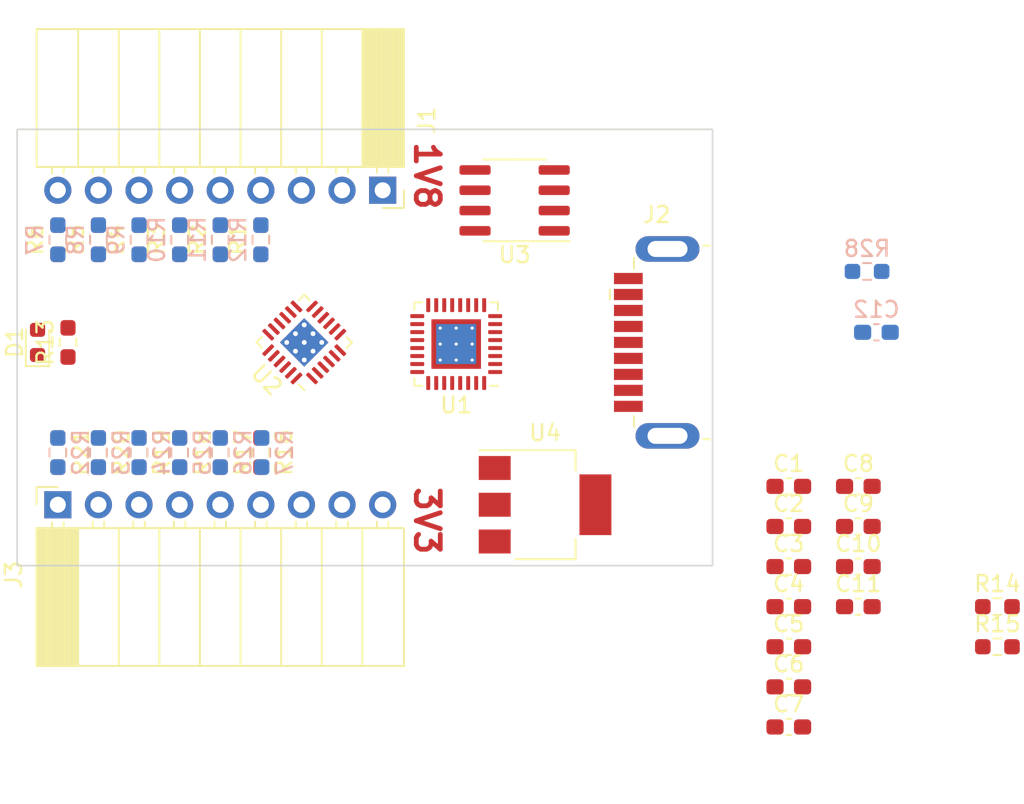
<source format=kicad_pcb>
(kicad_pcb (version 20221018) (generator pcbnew)
  (layers (0 "F.Cu" signal) (31 "B.Cu" signal) (34 "B.Paste" user) (35 "F.Paste" user) (36 "B.SilkS" user "B.Silkscreen") (37 "F.SilkS" user "F.Silkscreen") (38 "B.Mask" user) (39 "F.Mask" user) (44 "Edge.Cuts" user))
  (net 0 "")
  (net 1 "GND")
  (net 2 "Net-(U1B-X1)")
  (net 3 "Net-(U1B-X2)")
  (net 4 "Net-(U1C-AVDD12)")
  (net 5 "Net-(U1C-DVDD12)")
  (net 6 "Net-(C5-Pad1)")
  (net 7 "Net-(C6-Pad1)")
  (net 8 "Net-(C7-Pad1)")
  (net 9 "+3V3")
  (net 10 "VBUS")
  (net 11 "+1V8")
  (net 12 "Net-(D1-K)")
  (net 13 "Net-(D1-A)")
  (net 14 "Net-(J2-SHIELD)")
  (net 15 "Net-(J1-Pin_4)")
  (net 16 "Net-(J1-Pin_5)")
  (net 17 "Net-(J1-Pin_6)")
  (net 18 "Net-(J1-Pin_7)")
  (net 19 "Net-(J1-Pin_8)")
  (net 20 "Net-(J1-Pin_9)")
  (net 21 "Net-(J2-D-)")
  (net 22 "Net-(J2-D+)")
  (net 23 "Net-(J3-Pin_1)")
  (net 24 "Net-(J2-SSRX-)")
  (net 25 "Net-(J2-SSRX+)")
  (net 26 "Net-(J3-Pin_2)")
  (net 27 "Net-(J2-SSTX-)")
  (net 28 "Net-(J2-SSTX+)")
  (net 29 "Net-(J3-Pin_3)")
  (net 30 "Net-(U2-CMDB_0)")
  (net 31 "Net-(U2-CLKB_0)")
  (net 32 "Net-(U2-DAT0B_0)")
  (net 33 "Net-(U2-DAT1B_0)")
  (net 34 "Net-(U2-DAT2B_0)")
  (net 35 "Net-(U2-DAT3B_0)")
  (net 36 "Net-(U1A-RTERM)")
  (net 37 "Net-(U1B-SPI_MISO)")
  (net 38 "Net-(U1B-SPI_MOSI)")
  (net 39 "Net-(U1B-SPI_CK)")
  (net 40 "Net-(U1B-SPI_CS)")
  (net 41 "Net-(U1A-SD_D1)")
  (net 42 "Net-(U1A-SD_D0)")
  (net 43 "Net-(U1A-SD_CLK)")
  (net 44 "Net-(U1A-SD_CMD)")
  (net 45 "Net-(U1A-SD_D3)")
  (net 46 "Net-(U1A-SD_D2)")
  (net 47 "Net-(U1A-SD_VCCQ)")
  (net 48 "Net-(J3-Pin_4)")
  (net 49 "Net-(J3-Pin_5)")
  (net 50 "Net-(J3-Pin_6)")
  (net 51 "Net-(U2-CMDB_1)")
  (net 52 "Net-(U2-CLKB_1)")
  (net 53 "Net-(U2-DAT0B_1)")
  (net 54 "Net-(U2-DAT1B_1)")
  (net 55 "Net-(U2-DAT2B_1)")
  (net 56 "Net-(U2-DAT3B_1)")
  (net 57 "/SD_WP")
  (net 58 "/SD_CD#")
  (net 59 "Net-(U2-SEL)")
  (footprint "Resistor_SMD:R_0603_1608Metric_Pad0.98x0.95mm_HandSolder" (layer "F.Cu") (at 165.4575 94.645)
    (fp_text reference "R14" (at 0 -1.43) (layer "F.SilkS"))
    (fp_text value "680")
    (pad "1" smd roundrect (at -0.9125 0) (size 0.975 0.95) (layers "F.Cu" "F.Paste" "F.Mask") (net 36 "Net-(U1A-RTERM)"))
    (pad "2" smd roundrect (at 0.9125 0) (size 0.975 0.95) (layers "F.Cu" "F.Paste" "F.Mask") (net 1 "GND"))
  )
  (footprint "Resistor_SMD:R_0603_1608Metric_Pad0.98x0.95mm_HandSolder" (layer "F.Cu") (at 119.38 71.675 90)
    (fp_text reference "R1" (at 0 -1.43 90) (layer "F.SilkS"))
    (fp_text value "0")
    (pad "1" smd roundrect (at -0.9125 0 90) (size 0.975 0.95) (layers "F.Cu" "F.Paste" "F.Mask") (net 30 "Net-(U2-CMDB_0)"))
    (pad "2" smd roundrect (at 0.9125 0 90) (size 0.975 0.95) (layers "F.Cu" "F.Paste" "F.Mask") (net 15 "Net-(J1-Pin_4)"))
  )
  (footprint "Resistor_SMD:R_0603_1608Metric_Pad0.98x0.95mm_HandSolder" (layer "F.Cu") (at 114.3 71.675 90)
    (fp_text reference "R3" (at 0 -1.43 90) (layer "F.SilkS"))
    (fp_text value "0")
    (pad "1" smd roundrect (at -0.9125 0 90) (size 0.975 0.95) (layers "F.Cu" "F.Paste" "F.Mask") (net 32 "Net-(U2-DAT0B_0)"))
    (pad "2" smd roundrect (at 0.9125 0 90) (size 0.975 0.95) (layers "F.Cu" "F.Paste" "F.Mask") (net 17 "Net-(J1-Pin_6)"))
  )
  (footprint "Resistor_SMD:R_0603_1608Metric_Pad0.98x0.95mm_HandSolder" (layer "F.Cu") (at 114.3 84.9975 -90)
    (fp_text reference "R18" (at 0 -1.43 90) (layer "F.SilkS"))
    (fp_text value "0")
    (pad "1" smd roundrect (at -0.9125 0 270) (size 0.975 0.95) (layers "F.Cu" "F.Paste" "F.Mask") (net 53 "Net-(U2-DAT0B_1)"))
    (pad "2" smd roundrect (at 0.9125 0 270) (size 0.975 0.95) (layers "F.Cu" "F.Paste" "F.Mask") (net 48 "Net-(J3-Pin_4)"))
  )
  (footprint "Resistor_SMD:R_0603_1608Metric_Pad0.98x0.95mm_HandSolder" (layer "F.Cu") (at 107.315 78.105 90)
    (fp_text reference "R13" (at 0 -1.43 90) (layer "F.SilkS"))
    (fp_text value "220")
    (pad "1" smd roundrect (at -0.9125 0 90) (size 0.975 0.95) (layers "F.Cu" "F.Paste" "F.Mask") (net 12 "Net-(D1-K)"))
    (pad "2" smd roundrect (at 0.9125 0 90) (size 0.975 0.95) (layers "F.Cu" "F.Paste" "F.Mask") (net 1 "GND"))
  )
  (footprint "Capacitor_SMD:C_0603_1608Metric_Pad1.08x0.95mm_HandSolder" (layer "F.Cu") (at 156.7575 87.115)
    (fp_text reference "C8" (at 0 -1.43) (layer "F.SilkS"))
    (fp_text value "0.1uF")
    (pad "1" smd roundrect (at -0.8625 0) (size 1.075 0.95) (layers "F.Cu" "F.Paste" "F.Mask") (net 9 "+3V3"))
    (pad "2" smd roundrect (at 0.8625 0) (size 1.075 0.95) (layers "F.Cu" "F.Paste" "F.Mask") (net 1 "GND"))
  )
  (footprint "Capacitor_SMD:C_0603_1608Metric_Pad1.08x0.95mm_HandSolder" (layer "F.Cu") (at 152.4075 92.135)
    (fp_text reference "C3" (at 0 -1.43) (layer "F.SilkS"))
    (fp_text value "0.1uF")
    (pad "1" smd roundrect (at -0.8625 0) (size 1.075 0.95) (layers "F.Cu" "F.Paste" "F.Mask") (net 4 "Net-(U1C-AVDD12)"))
    (pad "2" smd roundrect (at 0.8625 0) (size 1.075 0.95) (layers "F.Cu" "F.Paste" "F.Mask") (net 1 "GND"))
  )
  (footprint "Capacitor_SMD:C_0603_1608Metric_Pad1.08x0.95mm_HandSolder" (layer "F.Cu") (at 156.7575 89.625)
    (fp_text reference "C9" (at 0 -1.43) (layer "F.SilkS"))
    (fp_text value "2.2uF")
    (pad "1" smd roundrect (at -0.8625 0) (size 1.075 0.95) (layers "F.Cu" "F.Paste" "F.Mask") (net 10 "VBUS"))
    (pad "2" smd roundrect (at 0.8625 0) (size 1.075 0.95) (layers "F.Cu" "F.Paste" "F.Mask") (net 1 "GND"))
  )
  (footprint "Resistor_SMD:R_0603_1608Metric_Pad0.98x0.95mm_HandSolder" (layer "F.Cu") (at 111.76 71.675 90)
    (fp_text reference "R4" (at 0 -1.43 90) (layer "F.SilkS"))
    (fp_text value "0")
    (pad "1" smd roundrect (at -0.9125 0 90) (size 0.975 0.95) (layers "F.Cu" "F.Paste" "F.Mask") (net 33 "Net-(U2-DAT1B_0)"))
    (pad "2" smd roundrect (at 0.9125 0 90) (size 0.975 0.95) (layers "F.Cu" "F.Paste" "F.Mask") (net 18 "Net-(J1-Pin_7)"))
  )
  (footprint "Resistor_SMD:R_0603_1608Metric_Pad0.98x0.95mm_HandSolder" (layer "F.Cu") (at 111.76 84.9975 -90)
    (fp_text reference "R19" (at 0 -1.43 90) (layer "F.SilkS"))
    (fp_text value "0")
    (pad "1" smd roundrect (at -0.9125 0 270) (size 0.975 0.95) (layers "F.Cu" "F.Paste" "F.Mask") (net 54 "Net-(U2-DAT1B_1)"))
    (pad "2" smd roundrect (at 0.9125 0 270) (size 0.975 0.95) (layers "F.Cu" "F.Paste" "F.Mask") (net 29 "Net-(J3-Pin_3)"))
  )
  (footprint "Resistor_SMD:R_0603_1608Metric_Pad0.98x0.95mm_HandSolder" (layer "F.Cu") (at 165.4575 97.155)
    (fp_text reference "R15" (at 0 -1.43) (layer "F.SilkS"))
    (fp_text value "1M")
    (pad "1" smd roundrect (at -0.9125 0) (size 0.975 0.95) (layers "F.Cu" "F.Paste" "F.Mask") (net 2 "Net-(U1B-X1)"))
    (pad "2" smd roundrect (at 0.9125 0) (size 0.975 0.95) (layers "F.Cu" "F.Paste" "F.Mask") (net 3 "Net-(U1B-X2)"))
  )
  (footprint "Package_TO_SOT_SMD:SOT-223-3_TabPin2" (layer "F.Cu") (at 137.16 88.265)
    (fp_text reference "U4" (at 0 -4.5) (layer "F.SilkS"))
    (fp_text value "LM1117MP-1.8")
    (pad "1" smd rect (at -3.15 -2.3) (size 2 1.5) (layers "F.Cu" "F.Paste" "F.Mask") (net 1 "GND"))
    (pad "2" smd rect (at -3.15 0) (size 2 1.5) (layers "F.Cu" "F.Paste" "F.Mask") (net 11 "+1V8"))
    (pad "2" smd rect (at 3.15 0) (size 2 3.8) (layers "F.Cu" "F.Paste" "F.Mask") (net 11 "+1V8"))
    (pad "3" smd rect (at -3.15 2.3) (size 2 1.5) (layers "F.Cu" "F.Paste" "F.Mask") (net 9 "+3V3"))
  )
  (footprint "Capacitor_SMD:C_0603_1608Metric_Pad1.08x0.95mm_HandSolder" (layer "F.Cu") (at 156.7575 94.645)
    (fp_text reference "C11" (at 0 -1.43) (layer "F.SilkS"))
    (fp_text value "4.7uF")
    (pad "1" smd roundrect (at -0.8625 0) (size 1.075 0.95) (layers "F.Cu" "F.Paste" "F.Mask") (net 11 "+1V8"))
    (pad "2" smd roundrect (at 0.8625 0) (size 1.075 0.95) (layers "F.Cu" "F.Paste" "F.Mask") (net 1 "GND"))
  )
  (footprint "Capacitor_SMD:C_0603_1608Metric_Pad1.08x0.95mm_HandSolder" (layer "F.Cu") (at 152.4075 87.115)
    (fp_text reference "C1" (at 0 -1.43) (layer "F.SilkS"))
    (fp_text value "10pF")
    (pad "1" smd roundrect (at -0.8625 0) (size 1.075 0.95) (layers "F.Cu" "F.Paste" "F.Mask") (net 1 "GND"))
    (pad "2" smd roundrect (at 0.8625 0) (size 1.075 0.95) (layers "F.Cu" "F.Paste" "F.Mask") (net 2 "Net-(U1B-X1)"))
  )
  (footprint "Resistor_SMD:R_0603_1608Metric_Pad0.98x0.95mm_HandSolder" (layer "F.Cu") (at 106.68 84.9975 -90)
    (fp_text reference "R21" (at 0 -1.43 90) (layer "F.SilkS"))
    (fp_text value "0")
    (pad "1" smd roundrect (at -0.9125 0 270) (size 0.975 0.95) (layers "F.Cu" "F.Paste" "F.Mask") (net 56 "Net-(U2-DAT3B_1)"))
    (pad "2" smd roundrect (at 0.9125 0 270) (size 0.975 0.95) (layers "F.Cu" "F.Paste" "F.Mask") (net 23 "Net-(J3-Pin_1)"))
  )
  (footprint "Resistor_SMD:R_0603_1608Metric_Pad0.98x0.95mm_HandSolder" (layer "F.Cu") (at 106.68 71.675 90)
    (fp_text reference "R6" (at 0 -1.43 90) (layer "F.SilkS"))
    (fp_text value "0")
    (pad "1" smd roundrect (at -0.9125 0 90) (size 0.975 0.95) (layers "F.Cu" "F.Paste" "F.Mask") (net 35 "Net-(U2-DAT3B_0)"))
    (pad "2" smd roundrect (at 0.9125 0 90) (size 0.975 0.95) (layers "F.Cu" "F.Paste" "F.Mask") (net 20 "Net-(J1-Pin_9)"))
  )
  (footprint "Capacitor_SMD:C_0603_1608Metric_Pad1.08x0.95mm_HandSolder" (layer "F.Cu") (at 152.4075 97.155)
    (fp_text reference "C5" (at 0 -1.43) (layer "F.SilkS"))
    (fp_text value "1uF")
    (pad "1" smd roundrect (at -0.8625 0) (size 1.075 0.95) (layers "F.Cu" "F.Paste" "F.Mask") (net 6 "Net-(C5-Pad1)"))
    (pad "2" smd roundrect (at 0.8625 0) (size 1.075 0.95) (layers "F.Cu" "F.Paste" "F.Mask") (net 1 "GND"))
  )
  (footprint "Connector_PinSocket_2.54mm:PinSocket_1x09_P2.54mm_Horizontal" (layer "F.Cu") (at 127 68.58 -90)
    (fp_text reference "J1" (at -4.38 -2.77 90) (layer "F.SilkS"))
    (fp_text value "Conn_01x09_Socket")
    (pad "1" thru_hole rect (at 0 0 270) (size 1.7 1.7) (drill 1) (layers "*.Cu" "*.Mask") (net 1 "GND"))
    (pad "2" thru_hole oval (at 0 2.54 270) (size 1.7 1.7) (drill 1) (layers "*.Cu" "*.Mask") (net 9 "+3V3"))
    (pad "3" thru_hole oval (at 0 5.08 270) (size 1.7 1.7) (drill 1) (layers "*.Cu" "*.Mask") (net 11 "+1V8"))
    (pad "4" thru_hole oval (at 0 7.62 270) (size 1.7 1.7) (drill 1) (layers "*.Cu" "*.Mask") (net 15 "Net-(J1-Pin_4)"))
    (pad "5" thru_hole oval (at 0 10.16 270) (size 1.7 1.7) (drill 1) (layers "*.Cu" "*.Mask") (net 16 "Net-(J1-Pin_5)"))
    (pad "6" thru_hole oval (at 0 12.7 270) (size 1.7 1.7) (drill 1) (layers "*.Cu" "*.Mask") (net 17 "Net-(J1-Pin_6)"))
    (pad "7" thru_hole oval (at 0 15.24 270) (size 1.7 1.7) (drill 1) (layers "*.Cu" "*.Mask") (net 18 "Net-(J1-Pin_7)"))
    (pad "8" thru_hole oval (at 0 17.78 270) (size 1.7 1.7) (drill 1) (layers "*.Cu" "*.Mask") (net 19 "Net-(J1-Pin_8)"))
    (pad "9" thru_hole oval (at 0 20.32 270) (size 1.7 1.7) (drill 1) (layers "*.Cu" "*.Mask") (net 20 "Net-(J1-Pin_9)"))
  )
  (footprint "Capacitor_SMD:C_0603_1608Metric_Pad1.08x0.95mm_HandSolder" (layer "F.Cu") (at 156.7575 92.135)
    (fp_text reference "C10" (at 0 -1.43) (layer "F.SilkS"))
    (fp_text value "4.7uF")
    (pad "1" smd roundrect (at -0.8625 0) (size 1.075 0.95) (layers "F.Cu" "F.Paste" "F.Mask") (net 9 "+3V3"))
    (pad "2" smd roundrect (at 0.8625 0) (size 1.075 0.95) (layers "F.Cu" "F.Paste" "F.Mask") (net 1 "GND"))
  )
  (footprint "Resistor_SMD:R_0603_1608Metric_Pad0.98x0.95mm_HandSolder" (layer "F.Cu") (at 109.22 84.9975 -90)
    (fp_text reference "R20" (at 0 -1.43 90) (layer "F.SilkS"))
    (fp_text value "0")
    (pad "1" smd roundrect (at -0.9125 0 270) (size 0.975 0.95) (layers "F.Cu" "F.Paste" "F.Mask") (net 55 "Net-(U2-DAT2B_1)"))
    (pad "2" smd roundrect (at 0.9125 0 270) (size 0.975 0.95) (layers "F.Cu" "F.Paste" "F.Mask") (net 26 "Net-(J3-Pin_2)"))
  )
  (footprint "Capacitor_SMD:C_0603_1608Metric_Pad1.08x0.95mm_HandSolder" (layer "F.Cu") (at 152.4075 99.665)
    (fp_text reference "C6" (at 0 -1.43) (layer "F.SilkS"))
    (fp_text value "0.1uF")
    (pad "1" smd roundrect (at -0.8625 0) (size 1.075 0.95) (layers "F.Cu" "F.Paste" "F.Mask") (net 7 "Net-(C6-Pad1)"))
    (pad "2" smd roundrect (at 0.8625 0) (size 1.075 0.95) (layers "F.Cu" "F.Paste" "F.Mask") (net 1 "GND"))
  )
  (footprint "Resistor_SMD:R_0603_1608Metric_Pad0.98x0.95mm_HandSolder" (layer "F.Cu") (at 116.84 71.675 90)
    (fp_text reference "R2" (at 0 -1.43 90) (layer "F.SilkS"))
    (fp_text value "0")
    (pad "1" smd roundrect (at -0.9125 0 90) (size 0.975 0.95) (layers "F.Cu" "F.Paste" "F.Mask") (net 31 "Net-(U2-CLKB_0)"))
    (pad "2" smd roundrect (at 0.9125 0 90) (size 0.975 0.95) (layers "F.Cu" "F.Paste" "F.Mask") (net 16 "Net-(J1-Pin_5)"))
  )
  (footprint "Resistor_SMD:R_0603_1608Metric_Pad0.98x0.95mm_HandSolder" (layer "F.Cu") (at 119.38 84.9975 -90)
    (fp_text reference "R16" (at 0 -1.43 90) (layer "F.SilkS"))
    (fp_text value "0")
    (pad "1" smd roundrect (at -0.9125 0 270) (size 0.975 0.95) (layers "F.Cu" "F.Paste" "F.Mask") (net 51 "Net-(U2-CMDB_1)"))
    (pad "2" smd roundrect (at 0.9125 0 270) (size 0.975 0.95) (layers "F.Cu" "F.Paste" "F.Mask") (net 50 "Net-(J3-Pin_6)"))
  )
  (footprint "Package_SO:SOIC-8_3.9x4.9mm_P1.27mm" (layer "F.Cu") (at 135.255 69.215 180)
    (fp_text reference "U3" (at 0 -3.4) (layer "F.SilkS"))
    (fp_text value "W25X20CLSN")
    (pad "1" smd roundrect (at -2.475 -1.905 180) (size 1.95 0.6) (layers "F.Cu" "F.Paste" "F.Mask") (net 40 "Net-(U1B-SPI_CS)"))
    (pad "2" smd roundrect (at -2.475 -0.635 180) (size 1.95 0.6) (layers "F.Cu" "F.Paste" "F.Mask") (net 37 "Net-(U1B-SPI_MISO)"))
    (pad "3" smd roundrect (at -2.475 0.635 180) (size 1.95 0.6) (layers "F.Cu" "F.Paste" "F.Mask") (net 9 "+3V3"))
    (pad "4" smd roundrect (at -2.475 1.905 180) (size 1.95 0.6) (layers "F.Cu" "F.Paste" "F.Mask") (net 1 "GND"))
    (pad "5" smd roundrect (at 2.475 1.905 180) (size 1.95 0.6) (layers "F.Cu" "F.Paste" "F.Mask") (net 38 "Net-(U1B-SPI_MOSI)"))
    (pad "6" smd roundrect (at 2.475 0.635 180) (size 1.95 0.6) (layers "F.Cu" "F.Paste" "F.Mask") (net 39 "Net-(U1B-SPI_CK)"))
    (pad "7" smd roundrect (at 2.475 -0.635 180) (size 1.95 0.6) (layers "F.Cu" "F.Paste" "F.Mask") (net 9 "+3V3"))
    (pad "8" smd roundrect (at 2.475 -1.905 180) (size 1.95 0.6) (layers "F.Cu" "F.Paste" "F.Mask") (net 9 "+3V3"))
  )
  (footprint "Connector_PinSocket_2.54mm:PinSocket_1x09_P2.54mm_Horizontal" (layer "F.Cu") (at 106.68 88.265 90)
    (fp_text reference "J3" (at -4.38 -2.77 90) (layer "F.SilkS"))
    (fp_text value "Conn_01x09_Socket")
    (pad "1" thru_hole rect (at 0 0 90) (size 1.7 1.7) (drill 1) (layers "*.Cu" "*.Mask") (net 23 "Net-(J3-Pin_1)"))
    (pad "2" thru_hole oval (at 0 2.54 90) (size 1.7 1.7) (drill 1) (layers "*.Cu" "*.Mask") (net 26 "Net-(J3-Pin_2)"))
    (pad "3" thru_hole oval (at 0 5.08 90) (size 1.7 1.7) (drill 1) (layers "*.Cu" "*.Mask") (net 29 "Net-(J3-Pin_3)"))
    (pad "4" thru_hole oval (at 0 7.62 90) (size 1.7 1.7) (drill 1) (layers "*.Cu" "*.Mask") (net 48 "Net-(J3-Pin_4)"))
    (pad "5" thru_hole oval (at 0 10.16 90) (size 1.7 1.7) (drill 1) (layers "*.Cu" "*.Mask") (net 49 "Net-(J3-Pin_5)"))
    (pad "6" thru_hole oval (at 0 12.7 90) (size 1.7 1.7) (drill 1) (layers "*.Cu" "*.Mask") (net 50 "Net-(J3-Pin_6)"))
    (pad "7" thru_hole oval (at 0 15.24 90) (size 1.7 1.7) (drill 1) (layers "*.Cu" "*.Mask") (net 9 "+3V3"))
    (pad "8" thru_hole oval (at 0 17.78 90) (size 1.7 1.7) (drill 1) (layers "*.Cu" "*.Mask") (net 9 "+3V3"))
    (pad "9" thru_hole oval (at 0 20.32 90) (size 1.7 1.7) (drill 1) (layers "*.Cu" "*.Mask") (net 1 "GND"))
  )
  (footprint "Capacitor_SMD:C_0603_1608Metric_Pad1.08x0.95mm_HandSolder" (layer "F.Cu") (at 152.4075 89.625)
    (fp_text reference "C2" (at 0 -1.43) (layer "F.SilkS"))
    (fp_text value "10pF")
    (pad "1" smd roundrect (at -0.8625 0) (size 1.075 0.95) (layers "F.Cu" "F.Paste" "F.Mask") (net 1 "GND"))
    (pad "2" smd roundrect (at 0.8625 0) (size 1.075 0.95) (layers "F.Cu" "F.Paste" "F.Mask") (net 3 "Net-(U1B-X2)"))
  )
  (footprint "Capacitor_SMD:C_0603_1608Metric_Pad1.08x0.95mm_HandSolder" (layer "F.Cu") (at 152.4075 94.645)
    (fp_text reference "C4" (at 0 -1.43) (layer "F.SilkS"))
    (fp_text value "1uF")
    (pad "1" smd roundrect (at -0.8625 0) (size 1.075 0.95) (layers "F.Cu" "F.Paste" "F.Mask") (net 5 "Net-(U1C-DVDD12)"))
    (pad "2" smd roundrect (at 0.8625 0) (size 1.075 0.95) (layers "F.Cu" "F.Paste" "F.Mask") (net 1 "GND"))
  )
  (footprint "LED_SMD:LED_0603_1608Metric" (layer "F.Cu") (at 105.41 78.105 90)
    (fp_text reference "D1" (at 0 -1.43 90) (layer "F.SilkS"))
    (fp_text value "LED_Small_Filled")
    (pad "1" smd roundrect (at -0.7875 0 90) (size 0.875 0.95) (layers "F.Cu" "F.Paste" "F.Mask") (net 12 "Net-(D1-K)"))
    (pad "2" smd roundrect (at 0.7875 0 90) (size 0.875 0.95) (layers "F.Cu" "F.Paste" "F.Mask") (net 13 "Net-(D1-A)"))
  )
  (footprint "Connector_USB:USB3_A_Plug_Wuerth_692112030100_Horizontal" (layer "F.Cu") (at 144.145 78.105)
    (fp_text reference "J2" (at 0 -8) (layer "F.SilkS"))
    (fp_text value "USB3_A")
    (pad "" np_thru_hole circle (at 0.675 -2.25 90) (size 1.1 1.1) (drill 1.1) (layers "*.Cu" "*.Mask"))
    (pad "" np_thru_hole circle (at 0.675 2.25 90) (size 1.1 1.1) (drill 1.1) (layers "*.Cu" "*.Mask"))
    (pad "1" smd rect (at -1.775 -3 90) (size 0.7 1.8) (layers "F.Cu" "F.Paste" "F.Mask") (net 10 "VBUS"))
    (pad "2" smd rect (at -1.775 -1 90) (size 0.7 1.8) (layers "F.Cu" "F.Paste" "F.Mask") (net 21 "Net-(J2-D-)"))
    (pad "3" smd rect (at -1.775 1 90) (size 0.7 1.8) (layers "F.Cu" "F.Paste" "F.Mask") (net 22 "Net-(J2-D+)"))
    (pad "4" smd rect (at -1.775 3 90) (size 0.7 1.8) (layers "F.Cu" "F.Paste" "F.Mask") (net 1 "GND"))
    (pad "5" smd rect (at -1.775 4 90) (size 0.7 1.8) (layers "F.Cu" "F.Paste" "F.Mask") (net 24 "Net-(J2-SSRX-)"))
    (pad "6" smd rect (at -1.775 2 90) (size 0.7 1.8) (layers "F.Cu" "F.Paste" "F.Mask") (net 25 "Net-(J2-SSRX+)"))
    (pad "7" smd rect (at -1.775 0 90) (size 0.7 1.8) (layers "F.Cu" "F.Paste" "F.Mask") (net 1 "GND"))
    (pad "8" smd rect (at -1.775 -2 90) (size 0.7 1.8) (layers "F.Cu" "F.Paste" "F.Mask") (net 27 "Net-(J2-SSTX-)"))
    (pad "9" smd rect (at -1.775 -4) (size 1.8 0.7) (layers "F.Cu" "F.Paste" "F.Mask") (net 28 "Net-(J2-SSTX+)"))
    (pad "10" thru_hole oval (at 0.675 -5.85 90) (size 1.6 4) (drill oval 1 2.5) (layers "*.Cu" "*.Mask") (net 14 "Net-(J2-SHIELD)"))
    (pad "10" thru_hole oval (at 0.675 5.85 90) (size 1.6 4) (drill oval 1 2.5) (layers "*.Cu" "*.Mask") (net 14 "Net-(J2-SHIELD)"))
  )
  (footprint "Package_DFN_QFN:QFN-24-1EP_4x4mm_P0.5mm_EP2.15x2.15mm_ThermalVias" (layer "F.Cu") (at 122.093984 78.105 135)
    (fp_text reference "U2" (at 0 -3.32 135) (layer "F.SilkS"))
    (fp_text value "TXS02612")
    (pad "1" smd roundrect (at -1.9375 -1.25 135) (size 0.875 0.25) (layers "F.Cu" "F.Paste" "F.Mask") (net 46 "Net-(U1A-SD_D2)"))
    (pad "2" smd roundrect (at -1.9375 -0.75 135) (size 0.875 0.25) (layers "F.Cu" "F.Paste" "F.Mask") (net 1 "GND"))
    (pad "3" smd roundrect (at -1.9375 -0.25 135) (size 0.875 0.25) (layers "F.Cu" "F.Paste" "F.Mask") (net 45 "Net-(U1A-SD_D3)"))
    (pad "4" smd roundrect (at -1.9375 0.25 135) (size 0.875 0.25) (layers "F.Cu" "F.Paste" "F.Mask") (net 44 "Net-(U1A-SD_CMD)"))
    (pad "5" smd roundrect (at -1.9375 0.75 135) (size 0.875 0.25) (layers "F.Cu" "F.Paste" "F.Mask") (net 47 "Net-(U1A-SD_VCCQ)"))
    (pad "6" smd roundrect (at -1.9375 1.25 135) (size 0.875 0.25) (layers "F.Cu" "F.Paste" "F.Mask") (net 42 "Net-(U1A-SD_D0)"))
    (pad "7" smd roundrect (at -1.25 1.9375 135) (size 0.25 0.875) (layers "F.Cu" "F.Paste" "F.Mask") (net 41 "Net-(U1A-SD_D1)"))
    (pad "8" smd roundrect (at -0.75 1.9375 135) (size 0.25 0.875) (layers "F.Cu" "F.Paste" "F.Mask") (net 55 "Net-(U2-DAT2B_1)"))
    (pad "9" smd roundrect (at -0.25 1.9375 135) (size 0.25 0.875) (layers "F.Cu" "F.Paste" "F.Mask") (net 43 "Net-(U1A-SD_CLK)"))
    (pad "10" smd roundrect (at 0.25 1.9375 135) (size 0.25 0.875) (layers "F.Cu" "F.Paste" "F.Mask") (net 56 "Net-(U2-DAT3B_1)"))
    (pad "11" smd roundrect (at 0.75 1.9375 135) (size 0.25 0.875) (layers "F.Cu" "F.Paste" "F.Mask") (net 1 "GND"))
    (pad "12" smd roundrect (at 1.25 1.9375 135) (size 0.25 0.875) (layers "F.Cu" "F.Paste" "F.Mask") (net 51 "Net-(U2-CMDB_1)"))
    (pad "13" smd roundrect (at 1.9375 1.25 135) (size 0.875 0.25) (layers "F.Cu" "F.Paste" "F.Mask") (net 52 "Net-(U2-CLKB_1)"))
    (pad "14" smd roundrect (at 1.9375 0.75 135) (size 0.875 0.25) (layers "F.Cu" "F.Paste" "F.Mask") (net 53 "Net-(U2-DAT0B_1)"))
    (pad "15" smd roundrect (at 1.9375 0.25 135) (size 0.875 0.25) (layers "F.Cu" "F.Paste" "F.Mask") (net 54 "Net-(U2-DAT1B_1)"))
    (pad "16" smd roundrect (at 1.9375 -0.25 135) (size 0.875 0.25) (layers "F.Cu" "F.Paste" "F.Mask") (net 33 "Net-(U2-DAT1B_0)"))
    (pad "17" smd roundrect (at 1.9375 -0.75 135) (size 0.875 0.25) (layers "F.Cu" "F.Paste" "F.Mask") (net 9 "+3V3"))
    (pad "18" smd roundrect (at 1.9375 -1.25 135) (size 0.875 0.25) (layers "F.Cu" "F.Paste" "F.Mask") (net 32 "Net-(U2-DAT0B_0)"))
    (pad "19" smd roundrect (at 1.25 -1.9375 135) (size 0.25 0.875) (layers "F.Cu" "F.Paste" "F.Mask") (net 31 "Net-(U2-CLKB_0)"))
    (pad "20" smd roundrect (at 0.75 -1.9375 135) (size 0.25 0.875) (layers "F.Cu" "F.Paste" "F.Mask") (net 30 "Net-(U2-CMDB_0)"))
    (pad "21" smd roundrect (at 0.25 -1.9375 135) (size 0.25 0.875) (layers "F.Cu" "F.Paste" "F.Mask") (net 11 "+1V8"))
    (pad "22" smd roundrect (at -0.25 -1.9375 135) (size 0.25 0.875) (layers "F.Cu" "F.Paste" "F.Mask") (net 35 "Net-(U2-DAT3B_0)"))
    (pad "23" smd roundrect (at -0.75 -1.9375 135) (size 0.25 0.875) (layers "F.Cu" "F.Paste" "F.Mask") (net 34 "Net-(U2-DAT2B_0)"))
    (pad "24" smd roundrect (at -1.25 -1.9375 135) (size 0.25 0.875) (layers "F.Cu" "F.Paste" "F.Mask") (net 59 "Net-(U2-SEL)"))
    (pad "25" thru_hole circle (at -0.775 -0.775 135) (size 0.6 0.6) (drill 0.3) (layers "*.Cu") (net 1 "GND"))
    (pad "25" thru_hole circle (at -0.775 0 135) (size 0.6 0.6) (drill 0.3) (layers "*.Cu") (net 1 "GND"))
    (pad "25" thru_hole circle (at -0.775 0.775 135) (size 0.6 0.6) (drill 0.3) (layers "*.Cu") (net 1 "GND"))
    (pad "25" thru_hole circle (at 0 -0.775 135) (size 0.6 0.6) (drill 0.3) (layers "*.Cu") (net 1 "GND"))
    (pad "25" thru_hole circle (at 0 0 135) (size 0.6 0.6) (drill 0.3) (layers "*.Cu") (net 1 "GND"))
    (pad "25" smd rect (at 0 0 135) (size 2.15 2.15) (layers "F.Cu" "F.Mask") (net 1 "GND"))
    (pad "25" smd rect (at 0 0 135) (size 2.15 2.15) (layers "B.Cu") (net 1 "GND"))
    (pad "25" thru_hole circle (at 0 0.775 135) (size 0.6 0.6) (drill 0.3) (layers "*.Cu") (net 1 "GND"))
    (pad "25" thru_hole circle (at 0.775 -0.775 135) (size 0.6 0.6) (drill 0.3) (layers "*.Cu") (net 1 "GND"))
    (pad "25" thru_hole circle (at 0.775 0 135) (size 0.6 0.6) (drill 0.3) (layers "*.Cu") (net 1 "GND"))
    (pad "25" thru_hole circle (at 0.775 0.775 135) (size 0.6 0.6) (drill 0.3) (layers "*.Cu") (net 1 "GND"))
  )
  (footprint "Resistor_SMD:R_0603_1608Metric_Pad0.98x0.95mm_HandSolder" (layer "F.Cu") (at 109.22 71.675 90)
    (fp_text reference "R5" (at 0 -1.43 90) (layer "F.SilkS"))
    (fp_text value "0")
    (pad "1" smd roundrect (at -0.9125 0 90) (size 0.975 0.95) (layers "F.Cu" "F.Paste" "F.Mask") (net 34 "Net-(U2-DAT2B_0)"))
    (pad "2" smd roundrect (at 0.9125 0 90) (size 0.975 0.95) (layers "F.Cu" "F.Paste" "F.Mask") (net 19 "Net-(J1-Pin_8)"))
  )
  (footprint "Package_DFN_QFN:QFN-32-1EP_5x5mm_P0.5mm_EP3.1x3.1mm_ThermalVias" (layer "F.Cu") (at 131.6 78.2075 180)
    (fp_text reference "U1" (at 0 -3.82) (layer "F.SilkS"))
    (fp_text value "~")
    (pad "1" smd roundrect (at -2.4375 -1.75 180) (size 0.875 0.25) (layers "F.Cu" "F.Paste" "F.Mask") (net 27 "Net-(J2-SSTX-)"))
    (pad "2" smd roundrect (at -2.4375 -1.25 180) (size 0.875 0.25) (layers "F.Cu" "F.Paste" "F.Mask") (net 28 "Net-(J2-SSTX+)"))
    (pad "3" smd roundrect (at -2.4375 -0.75 180) (size 0.875 0.25) (layers "F.Cu" "F.Paste" "F.Mask") (net 4 "Net-(U1C-AVDD12)"))
    (pad "4" smd roundrect (at -2.4375 -0.25 180) (size 0.875 0.25) (layers "F.Cu" "F.Paste" "F.Mask") (net 24 "Net-(J2-SSRX-)"))
    (pad "5" smd roundrect (at -2.4375 0.25 180) (size 0.875 0.25) (layers "F.Cu" "F.Paste" "F.Mask") (net 25 "Net-(J2-SSRX+)"))
    (pad "6" smd roundrect (at -2.4375 0.75 180) (size 0.875 0.25) (layers "F.Cu" "F.Paste" "F.Mask") (net 2 "Net-(U1B-X1)"))
    (pad "7" smd roundrect (at -2.4375 1.25 180) (size 0.875 0.25) (layers "F.Cu" "F.Paste" "F.Mask") (net 3 "Net-(U1B-X2)"))
    (pad "8" smd roundrect (at -2.4375 1.75 180) (size 0.875 0.25) (layers "F.Cu" "F.Paste" "F.Mask") (net 6 "Net-(C5-Pad1)"))
    (pad "9" smd roundrect (at -1.75 2.4375 180) (size 0.25 0.875) (layers "F.Cu" "F.Paste" "F.Mask") (net 36 "Net-(U1A-RTERM)"))
    (pad "10" smd roundrect (at -1.25 2.4375 180) (size 0.25 0.875) (layers "F.Cu" "F.Paste" "F.Mask") (net 37 "Net-(U1B-SPI_MISO)"))
    (pad "11" smd roundrect (at -0.75 2.4375 180) (size 0.25 0.875) (layers "F.Cu" "F.Paste" "F.Mask") (net 38 "Net-(U1B-SPI_MOSI)"))
    (pad "12" smd roundrect (at -0.25 2.4375 180) (size 0.25 0.875) (layers "F.Cu" "F.Paste" "F.Mask") (net 39 "Net-(U1B-SPI_CK)"))
    (pad "13" smd roundrect (at 0.25 2.4375 180) (size 0.25 0.875) (layers "F.Cu" "F.Paste" "F.Mask") (net 40 "Net-(U1B-SPI_CS)"))
    (pad "14" smd roundrect (at 0.75 2.4375 180) (size 0.25 0.875) (layers "F.Cu" "F.Paste" "F.Mask") (net 13 "Net-(D1-A)"))
    (pad "15" smd roundrect (at 1.25 2.4375 180) (size 0.25 0.875) (layers "F.Cu" "F.Paste" "F.Mask") (net 10 "VBUS"))
    (pad "16" smd roundrect (at 1.75 2.4375 180) (size 0.25 0.875) (layers "F.Cu" "F.Paste" "F.Mask") (net 7 "Net-(C6-Pad1)"))
    (pad "17" smd roundrect (at 2.4375 1.75 180) (size 0.875 0.25) (layers "F.Cu" "F.Paste" "F.Mask") (net 5 "Net-(U1C-DVDD12)"))
    (pad "18" smd roundrect (at 2.4375 1.25 180) (size 0.875 0.25) (layers "F.Cu" "F.Paste" "F.Mask") (net 41 "Net-(U1A-SD_D1)"))
    (pad "19" smd roundrect (at 2.4375 0.75 180) (size 0.875 0.25) (layers "F.Cu" "F.Paste" "F.Mask") (net 42 "Net-(U1A-SD_D0)"))
    (pad "20" smd roundrect (at 2.4375 0.25 180) (size 0.875 0.25) (layers "F.Cu" "F.Paste" "F.Mask") (net 43 "Net-(U1A-SD_CLK)"))
    (pad "21" smd roundrect (at 2.4375 -0.25 180) (size 0.875 0.25) (layers "F.Cu" "F.Paste" "F.Mask") (net 44 "Net-(U1A-SD_CMD)"))
    (pad "22" smd roundrect (at 2.4375 -0.75 180) (size 0.875 0.25) (layers "F.Cu" "F.Paste" "F.Mask") (net 45 "Net-(U1A-SD_D3)"))
    (pad "23" smd roundrect (at 2.4375 -1.25 180) (size 0.875 0.25) (layers "F.Cu" "F.Paste" "F.Mask") (net 46 "Net-(U1A-SD_D2)"))
    (pad "24" smd roundrect (at 2.4375 -1.75 180) (size 0.875 0.25) (layers "F.Cu" "F.Paste" "F.Mask") (net 47 "Net-(U1A-SD_VCCQ)"))
    (pad "25" smd roundrect (at 1.75 -2.4375 180) (size 0.25 0.875) (layers "F.Cu" "F.Paste" "F.Mask") (net 8 "Net-(C7-Pad1)"))
    (pad "26" smd roundrect (at 1.25 -2.4375 180) (size 0.25 0.875) (layers "F.Cu" "F.Paste" "F.Mask") (net 9 "+3V3"))
    (pad "27" smd roundrect (at 0.75 -2.4375 180) (size 0.25 0.875) (layers "F.Cu" "F.Paste" "F.Mask"))
    (pad "28" smd roundrect (at 0.25 -2.4375 180) (size 0.25 0.875) (layers "F.Cu" "F.Paste" "F.Mask") (net 57 "/SD_WP"))
    (pad "29" smd roundrect (at -0.25 -2.4375 180) (size 0.25 0.875) (layers "F.Cu" "F.Paste" "F.Mask") (net 58 "/SD_CD#"))
    (pad "30" smd roundrect (at -0.75 -2.4375 180) (size 0.25 0.875) (layers "F.Cu" "F.Paste" "F.Mask") (net 6 "Net-(C5-Pad1)"))
    (pad "31" smd roundrect (at -1.25 -2.4375 180) (size 0.25 0.875) (layers "F.Cu" "F.Paste" "F.Mask") (net 21 "Net-(J2-D-)"))
    (pad "32" smd roundrect (at -1.75 -2.4375 180) (size 0.25 0.875) (layers "F.Cu" "F.Paste" "F.Mask") (net 22 "Net-(J2-D+)"))
    (pad "33" thru_hole circle (at -1 -1 180) (size 0.5 0.5) (drill 0.2) (layers "*.Cu") (net 1 "GND"))
    (pad "33" thru_hole circle (at -1 0 180) (size 0.5 0.5) (drill 0.2) (layers "*.Cu") (net 1 "GND"))
    (pad "33" thru_hole circle (at -1 1 180) (size 0.5 0.5) (drill 0.2) (layers "*.Cu") (net 1 "GND"))
    (pad "33" thru_hole circle (at 0 -1 180) (size 0.5 0.5) (drill 0.2) (layers "*.Cu") (net 1 "GND"))
    (pad "33" thru_hole circle (at 0 0 180) (size 0.5 0.5) (drill 0.2) (layers "*.Cu") (net 1 "GND"))
    (pad "33" smd rect (at 0 0 180) (size 2.5 2.5) (layers "B.Cu") (net 1 "GND"))
    (pad "33" smd rect (at 0 0 180) (size 3.1 3.1) (layers "F.Cu" "F.Mask") (net 1 "GND"))
    (pad "33" thru_hole circle (at 0 1 180) (size 0.5 0.5) (drill 0.2) (layers "*.Cu") (net 1 "GND"))
    (pad "33" thru_hole circle (at 1 -1 180) (size 0.5 0.5) (drill 0.2) (layers "*.Cu") (net 1 "GND"))
    (pad "33" thru_hole circle (at 1 0 180) (size 0.5 0.5) (drill 0.2) (layers "*.Cu") (net 1 "GND"))
    (pad "33" thru_hole circle (at 1 1 180) (size 0.5 0.5) (drill 0.2) (layers "*.Cu") (net 1 "GND"))
  )
  (footprint "Capacitor_SMD:C_0603_1608Metric_Pad1.08x0.95mm_HandSolder" (layer "F.Cu") (at 152.4075 102.175)
    (fp_text reference "C7" (at 0 -1.43) (layer "F.SilkS"))
    (fp_text value "0.1uF")
    (pad "1" smd roundrect (at -0.8625 0) (size 1.075 0.95) (layers "F.Cu" "F.Paste" "F.Mask") (net 8 "Net-(C7-Pad1)"))
    (pad "2" smd roundrect (at 0.8625 0) (size 1.075 0.95) (layers "F.Cu" "F.Paste" "F.Mask") (net 1 "GND"))
  )
  (footprint "Resistor_SMD:R_0603_1608Metric_Pad0.98x0.95mm_HandSolder" (layer "F.Cu") (at 116.84 84.9975 -90)
    (fp_text reference "R17" (at 0 -1.43 90) (layer "F.SilkS"))
    (fp_text value "0")
    (pad "1" smd roundrect (at -0.9125 0 270) (size 0.975 0.95) (layers "F.Cu" "F.Paste" "F.Mask") (net 52 "Net-(U2-CLKB_1)"))
    (pad "2" smd roundrect (at 0.9125 0 270) (size 0.975 0.95) (layers "F.Cu" "F.Paste" "F.Mask") (net 49 "Net-(J3-Pin_5)"))
  )
  (footprint "Resistor_SMD:R_0603_1608Metric_Pad0.98x0.95mm_HandSolder" (layer "B.Cu") (at 106.68 71.675 -90)
    (fp_text reference "R7" (at 0 1.43 90) (layer "B.SilkS") (effects (justify mirror)))
    (fp_text value "47")
    (pad "1" smd roundrect (at -0.9125 0 270) (size 0.975 0.95) (layers "B.Cu" "B.Paste" "B.Mask") (net 20 "Net-(J1-Pin_9)"))
    (pad "2" smd roundrect (at 0.9125 0 270) (size 0.975 0.95) (layers "B.Cu" "B.Paste" "B.Mask") (net 11 "+1V8"))
  )
  (footprint "Resistor_SMD:R_0603_1608Metric_Pad0.98x0.95mm_HandSolder" (layer "B.Cu") (at 116.84 84.9975 90)
    (fp_text reference "R26" (at 0 1.43 90) (layer "B.SilkS") (effects (justify mirror)))
    (fp_text value "47")
    (pad "1" smd roundrect (at -0.9125 0 90) (size 0.975 0.95) (layers "B.Cu" "B.Paste" "B.Mask") (net 49 "Net-(J3-Pin_5)"))
    (pad "2" smd roundrect (at 0.9125 0 90) (size 0.975 0.95) (layers "B.Cu" "B.Paste" "B.Mask") (net 9 "+3V3"))
  )
  (footprint "Resistor_SMD:R_0603_1608Metric_Pad0.98x0.95mm_HandSolder" (layer "B.Cu") (at 114.3 71.675 -90)
    (fp_text reference "R10" (at 0 1.43 90) (layer "B.SilkS") (effects (justify mirror)))
    (fp_text value "47")
    (pad "1" smd roundrect (at -0.9125 0 270) (size 0.975 0.95) (layers "B.Cu" "B.Paste" "B.Mask") (net 17 "Net-(J1-Pin_6)"))
    (pad "2" smd roundrect (at 0.9125 0 270) (size 0.975 0.95) (layers "B.Cu" "B.Paste" "B.Mask") (net 11 "+1V8"))
  )
  (footprint "Resistor_SMD:R_0603_1608Metric_Pad0.98x0.95mm_HandSolder" (layer "B.Cu") (at 157.3025 73.66 180)
    (fp_text reference "R28" (at 0 1.43) (layer "B.SilkS") (effects (justify mirror)))
    (fp_text value "330")
    (pad "1" smd roundrect (at -0.9125 0 180) (size 0.975 0.95) (layers "B.Cu" "B.Paste" "B.Mask") (net 14 "Net-(J2-SHIELD)"))
    (pad "2" smd roundrect (at 0.9125 0 180) (size 0.975 0.95) (layers "B.Cu" "B.Paste" "B.Mask") (net 1 "GND"))
  )
  (footprint "Resistor_SMD:R_0603_1608Metric_Pad0.98x0.95mm_HandSolder" (layer "B.Cu") (at 119.38 71.675 -90)
    (fp_text reference "R12" (at 0 1.43 90) (layer "B.SilkS") (effects (justify mirror)))
    (fp_text value "47")
    (pad "1" smd roundrect (at -0.9125 0 270) (size 0.975 0.95) (layers "B.Cu" "B.Paste" "B.Mask") (net 15 "Net-(J1-Pin_4)"))
    (pad "2" smd roundrect (at 0.9125 0 270) (size 0.975 0.95) (layers "B.Cu" "B.Paste" "B.Mask") (net 11 "+1V8"))
  )
  (footprint "Resistor_SMD:R_0603_1608Metric_Pad0.98x0.95mm_HandSolder" (layer "B.Cu") (at 111.76 71.675 -90)
    (fp_text reference "R9" (at 0 1.43 90) (layer "B.SilkS") (effects (justify mirror)))
    (fp_text value "47")
    (pad "1" smd roundrect (at -0.9125 0 270) (size 0.975 0.95) (layers "B.Cu" "B.Paste" "B.Mask") (net 18 "Net-(J1-Pin_7)"))
    (pad "2" smd roundrect (at 0.9125 0 270) (size 0.975 0.95) (layers "B.Cu" "B.Paste" "B.Mask") (net 11 "+1V8"))
  )
  (footprint "Resistor_SMD:R_0603_1608Metric_Pad0.98x0.95mm_HandSolder" (layer "B.Cu") (at 116.84 71.675 -90)
    (fp_text reference "R11" (at 0 1.43 90) (layer "B.SilkS") (effects (justify mirror)))
    (fp_text value "47")
    (pad "1" smd roundrect (at -0.9125 0 270) (size 0.975 0.95) (layers "B.Cu" "B.Paste" "B.Mask") (net 16 "Net-(J1-Pin_5)"))
    (pad "2" smd roundrect (at 0.9125 0 270) (size 0.975 0.95) (layers "B.Cu" "B.Paste" "B.Mask") (net 11 "+1V8"))
  )
  (footprint "Resistor_SMD:R_0603_1608Metric_Pad0.98x0.95mm_HandSolder" (layer "B.Cu") (at 114.3 84.9975 90)
    (fp_text reference "R25" (at 0 1.43 90) (layer "B.SilkS") (effects (justify mirror)))
    (fp_text value "47")
    (pad "1" smd roundrect (at -0.9125 0 90) (size 0.975 0.95) (layers "B.Cu" "B.Paste" "B.Mask") (net 48 "Net-(J3-Pin_4)"))
    (pad "2" smd roundrect (at 0.9125 0 90) (size 0.975 0.95) (layers "B.Cu" "B.Paste" "B.Mask") (net 9 "+3V3"))
  )
  (footprint "Capacitor_SMD:C_0603_1608Metric_Pad1.08x0.95mm_HandSolder" (layer "B.Cu") (at 157.8875 77.47 180)
    (fp_text reference "C12" (at 0 1.43) (layer "B.SilkS") (effects (justify mirror)))
    (fp_text value "0.1uF")
    (pad "1" smd roundrect (at -0.8625 0 180) (size 1.075 0.95) (layers "B.Cu" "B.Paste" "B.Mask") (net 14 "Net-(J2-SHIELD)"))
    (pad "2" smd roundrect (at 0.8625 0 180) (size 1.075 0.95) (layers "B.Cu" "B.Paste" "B.Mask") (net 1 "GND"))
  )
  (footprint "Resistor_SMD:R_0603_1608Metric_Pad0.98x0.95mm_HandSolder" (layer "B.Cu") (at 109.22 84.9975 90)
    (fp_text reference "R23" (at 0 1.43 90) (layer "B.SilkS") (effects (justify mirror)))
    (fp_text value "47")
    (pad "1" smd roundrect (at -0.9125 0 90) (size 0.975 0.95) (layers "B.Cu" "B.Paste" "B.Mask") (net 26 "Net-(J3-Pin_2)"))
    (pad "2" smd roundrect (at 0.9125 0 90) (size 0.975 0.95) (layers "B.Cu" "B.Paste" "B.Mask") (net 9 "+3V3"))
  )
  (footprint "Resistor_SMD:R_0603_1608Metric_Pad0.98x0.95mm_HandSolder" (layer "B.Cu") (at 111.76 84.9975 90)
    (fp_text reference "R24" (at 0 1.43 90) (layer "B.SilkS") (effects (justify mirror)))
    (fp_text value "47")
    (pad "1" smd roundrect (at -0.9125 0 90) (size 0.975 0.95) (layers "B.Cu" "B.Paste" "B.Mask") (net 29 "Net-(J3-Pin_3)"))
    (pad "2" smd roundrect (at 0.9125 0 90) (size 0.975 0.95) (layers "B.Cu" "B.Paste" "B.Mask") (net 9 "+3V3"))
  )
  (footprint "Resistor_SMD:R_0603_1608Metric_Pad0.98x0.95mm_HandSolder" (layer "B.Cu") (at 109.22 71.675 -90)
    (fp_text reference "R8" (at 0 1.43 90) (layer "B.SilkS") (effects (justify mirror)))
    (fp_text value "47")
    (pad "1" smd roundrect (at -0.9125 0 270) (size 0.975 0.95) (layers "B.Cu" "B.Paste" "B.Mask") (net 19 "Net-(J1-Pin_8)"))
    (pad "2" smd roundrect (at 0.9125 0 270) (size 0.975 0.95) (layers "B.Cu" "B.Paste" "B.Mask") (net 11 "+1V8"))
  )
  (footprint "Resistor_SMD:R_0603_1608Metric_Pad0.98x0.95mm_HandSolder" (layer "B.Cu") (at 106.68 84.9975 90)
    (fp_text reference "R22" (at 0 1.43 90) (layer "B.SilkS") (effects (justify mirror)))
    (fp_text value "47")
    (pad "1" smd roundrect (at -0.9125 0 90) (size 0.975 0.95) (layers "B.Cu" "B.Paste" "B.Mask") (net 23 "Net-(J3-Pin_1)"))
    (pad "2" smd roundrect (at 0.9125 0 90) (size 0.975 0.95) (layers "B.Cu" "B.Paste" "B.Mask") (net 9 "+3V3"))
  )
  (footprint "Resistor_SMD:R_0603_1608Metric_Pad0.98x0.95mm_HandSolder" (layer "B.Cu") (at 119.44 84.9975 90)
    (fp_text reference "R27" (at 0 1.43 90) (layer "B.SilkS") (effects (justify mirror)))
    (fp_text value "47")
    (pad "1" smd roundrect (at -0.9125 0 90) (size 0.975 0.95) (layers "B.Cu" "B.Paste" "B.Mask") (net 50 "Net-(J3-Pin_6)"))
    (pad "2" smd roundrect (at 0.9125 0 90) (size 0.975 0.95) (layers "B.Cu" "B.Paste" "B.Mask") (net 9 "+3V3"))
  )
  (gr_rect (start 104.14 64.77) (end 147.6375 92.075) (stroke (width 0.1)) (fill none) (layer "Edge.Cuts"))
  (gr_text "1V8" (at 128.905 65.405 -90) (layer "F.Cu") (effects (font (size 1.5 1.5) (thickness 0.3) bold) (justify left bottom)))
  (gr_text "3V3" (at 128.905 86.995 -90) (layer "F.Cu") (effects (font (size 1.5 1.5) (thickness 0.3) bold) (justify left bottom)))
)
</source>
